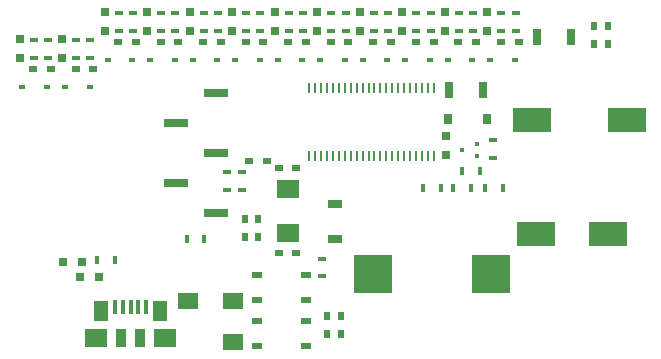
<source format=gtp>
G04 #@! TF.FileFunction,Paste,Top*
%FSLAX46Y46*%
G04 Gerber Fmt 4.6, Leading zero omitted, Abs format (unit mm)*
G04 Created by KiCad (PCBNEW 4.0.7) date 02/25/18 23:04:30*
%MOMM*%
%LPD*%
G01*
G04 APERTURE LIST*
%ADD10C,0.100000*%
%ADD11R,0.640000X0.600000*%
%ADD12R,0.600000X0.640000*%
%ADD13R,1.280000X0.800000*%
%ADD14R,3.200000X2.000000*%
%ADD15R,0.640000X0.640000*%
%ADD16R,0.720000X0.960000*%
%ADD17R,0.480000X0.360000*%
%ADD18R,0.360000X1.104000*%
%ADD19R,1.180000X1.680000*%
%ADD20R,1.900000X1.520000*%
%ADD21R,0.940000X1.520000*%
%ADD22R,0.720000X1.360000*%
%ADD23R,1.680000X1.360000*%
%ADD24R,0.408000X0.320000*%
%ADD25R,0.400000X0.720000*%
%ADD26R,0.720000X0.400000*%
%ADD27R,0.228000X0.880000*%
%ADD28R,1.920000X1.600000*%
%ADD29R,2.008000X0.800000*%
%ADD30R,0.360000X1.200000*%
%ADD31R,0.840000X0.520000*%
%ADD32R,3.200000X3.200000*%
G04 APERTURE END LIST*
D10*
D11*
X165150000Y-69100000D03*
X163650000Y-69100000D03*
X165150000Y-76300000D03*
X163650000Y-76300000D03*
X161150000Y-68500000D03*
X162650000Y-68500000D03*
D12*
X160800000Y-73400000D03*
X160800000Y-74900000D03*
X161900000Y-73400000D03*
X161900000Y-74900000D03*
D11*
X182450000Y-58400000D03*
X183950000Y-58400000D03*
X178850000Y-58400000D03*
X180350000Y-58400000D03*
X175250000Y-58400000D03*
X176750000Y-58400000D03*
X171650000Y-58400000D03*
X173150000Y-58400000D03*
X168050000Y-58400000D03*
X169550000Y-58400000D03*
X164450000Y-58400000D03*
X165950000Y-58400000D03*
X160850000Y-58400000D03*
X162350000Y-58400000D03*
X157250000Y-58400000D03*
X158750000Y-58400000D03*
X153650000Y-58400000D03*
X155150000Y-58400000D03*
X150050000Y-58400000D03*
X151550000Y-58400000D03*
X146450000Y-60700000D03*
X147950000Y-60700000D03*
X142850000Y-60700000D03*
X144350000Y-60700000D03*
D12*
X191500000Y-58550000D03*
X191500000Y-57050000D03*
X190300000Y-58550000D03*
X190300000Y-57050000D03*
D13*
X168400000Y-72100000D03*
X168400000Y-75100000D03*
D12*
X167700000Y-83150000D03*
X167700000Y-81650000D03*
D14*
X185400000Y-74700000D03*
X191500000Y-74700000D03*
X185100000Y-65000000D03*
X193100000Y-65000000D03*
D12*
X168900000Y-81650000D03*
X168900000Y-83150000D03*
D15*
X147000000Y-77000000D03*
X145400000Y-77000000D03*
X177800000Y-66400000D03*
X177800000Y-68000000D03*
D16*
X178000000Y-64900000D03*
X181300000Y-64900000D03*
D17*
X183650000Y-59900000D03*
X181550000Y-59900000D03*
D15*
X181300000Y-55900000D03*
X181300000Y-57500000D03*
D17*
X180050000Y-59900000D03*
X177950000Y-59900000D03*
D15*
X177700000Y-55900000D03*
X177700000Y-57500000D03*
D17*
X176450000Y-59900000D03*
X174350000Y-59900000D03*
D15*
X174100000Y-55900000D03*
X174100000Y-57500000D03*
D17*
X172850000Y-59900000D03*
X170750000Y-59900000D03*
D15*
X170500000Y-55900000D03*
X170500000Y-57500000D03*
D17*
X169250000Y-59900000D03*
X167150000Y-59900000D03*
D15*
X166900000Y-55900000D03*
X166900000Y-57500000D03*
D17*
X165650000Y-59900000D03*
X163550000Y-59900000D03*
D15*
X163300000Y-55900000D03*
X163300000Y-57500000D03*
D17*
X162050000Y-59900000D03*
X159950000Y-59900000D03*
D15*
X159700000Y-55900000D03*
X159700000Y-57500000D03*
D17*
X158450000Y-59900000D03*
X156350000Y-59900000D03*
D15*
X156100000Y-55900000D03*
X156100000Y-57500000D03*
D17*
X154850000Y-59900000D03*
X152750000Y-59900000D03*
D15*
X152500000Y-55900000D03*
X152500000Y-57500000D03*
D17*
X151250000Y-59900000D03*
X149150000Y-59900000D03*
D15*
X148900000Y-55900000D03*
X148900000Y-57500000D03*
D17*
X147650000Y-62200000D03*
X145550000Y-62200000D03*
D15*
X145300000Y-58200000D03*
X145300000Y-59800000D03*
D17*
X144000000Y-62200000D03*
X141900000Y-62200000D03*
D15*
X141700000Y-58200000D03*
X141700000Y-59800000D03*
D18*
X149800000Y-80840000D03*
X150450000Y-80840000D03*
X151100000Y-80840000D03*
X151750000Y-80840000D03*
X152400000Y-80840000D03*
D19*
X148637500Y-81200000D03*
X153562500Y-81200000D03*
D20*
X148190000Y-83500000D03*
X154010000Y-83500000D03*
D21*
X150260000Y-83500000D03*
X151940000Y-83500000D03*
D22*
X180950000Y-62500000D03*
X178050000Y-62500000D03*
X185500000Y-58000000D03*
X188400000Y-58000000D03*
D23*
X159800000Y-80350000D03*
X156000000Y-80350000D03*
X159800000Y-83850000D03*
D24*
X180450000Y-68050000D03*
X180450000Y-67050000D03*
X179150000Y-67550000D03*
D25*
X179150000Y-69300000D03*
X180650000Y-69300000D03*
D26*
X181800000Y-66750000D03*
X181800000Y-68250000D03*
X167300000Y-78250000D03*
X167300000Y-76750000D03*
X160550000Y-70950000D03*
X160550000Y-69450000D03*
X159300000Y-70950000D03*
X159300000Y-69450000D03*
D25*
X177350000Y-70750000D03*
X175850000Y-70750000D03*
D26*
X183700000Y-55950000D03*
X183700000Y-57450000D03*
X182500000Y-55950000D03*
X182500000Y-57450000D03*
X180100000Y-55950000D03*
X180100000Y-57450000D03*
X178900000Y-55950000D03*
X178900000Y-57450000D03*
X176500000Y-55950000D03*
X176500000Y-57450000D03*
X175300000Y-55950000D03*
X175300000Y-57450000D03*
X172900000Y-55950000D03*
X172900000Y-57450000D03*
X171700000Y-55950000D03*
X171700000Y-57450000D03*
X169300000Y-55950000D03*
X169300000Y-57450000D03*
X168100000Y-55950000D03*
X168100000Y-57450000D03*
X165700000Y-55950000D03*
X165700000Y-57450000D03*
X164500000Y-55950000D03*
X164500000Y-57450000D03*
X162100000Y-55950000D03*
X162100000Y-57450000D03*
X160900000Y-55950000D03*
X160900000Y-57450000D03*
X158500000Y-55950000D03*
X158500000Y-57450000D03*
X157300000Y-55950000D03*
X157300000Y-57450000D03*
X154900000Y-55950000D03*
X154900000Y-57450000D03*
X153700000Y-55950000D03*
X153700000Y-57450000D03*
X151300000Y-55950000D03*
X151300000Y-57450000D03*
X150100000Y-55950000D03*
X150100000Y-57450000D03*
X147700000Y-58250000D03*
X147700000Y-59750000D03*
X146500000Y-58250000D03*
X146500000Y-59750000D03*
X144100000Y-58250000D03*
X144100000Y-59750000D03*
X142900000Y-58250000D03*
X142900000Y-59750000D03*
D25*
X182600000Y-70750000D03*
X181100000Y-70750000D03*
X179900000Y-70750000D03*
X178400000Y-70750000D03*
D27*
X176750000Y-62350000D03*
X176250000Y-62350000D03*
X175750000Y-62350000D03*
X175250000Y-62350000D03*
X174750000Y-62350000D03*
X174250000Y-62350000D03*
X173750000Y-62350000D03*
X173250000Y-62350000D03*
X172750000Y-62350000D03*
X172250000Y-62350000D03*
X171750000Y-62350000D03*
X171250000Y-62350000D03*
X170750000Y-62350000D03*
X170250000Y-62350000D03*
X169750000Y-62350000D03*
X169250000Y-62350000D03*
X168750000Y-62350000D03*
X168250000Y-62350000D03*
X167750000Y-62350000D03*
X166250000Y-68050000D03*
X166750000Y-68050000D03*
X167250000Y-68050000D03*
X167750000Y-68050000D03*
X168250000Y-68050000D03*
X168750000Y-68050000D03*
X169250000Y-68050000D03*
X169750000Y-68050000D03*
X170250000Y-68050000D03*
X170750000Y-68050000D03*
X171250000Y-68050000D03*
X171750000Y-68050000D03*
X172250000Y-68050000D03*
X172750000Y-68050000D03*
X173250000Y-68050000D03*
X173750000Y-68050000D03*
X167250000Y-62350000D03*
X166750000Y-62350000D03*
X166250000Y-62350000D03*
X174250000Y-68050000D03*
X174750000Y-68050000D03*
X175250000Y-68050000D03*
X175750000Y-68050000D03*
X176250000Y-68050000D03*
X176750000Y-68050000D03*
D28*
X164400000Y-70850000D03*
X164400000Y-74550000D03*
D29*
X158300000Y-72860000D03*
X158300000Y-67780000D03*
X158300000Y-62700000D03*
X154990000Y-70320000D03*
X154990000Y-65240000D03*
D25*
X157350000Y-75100000D03*
X155850000Y-75100000D03*
D30*
X151100000Y-80875000D03*
X151750000Y-80875000D03*
X150450000Y-80875000D03*
X152400000Y-80875000D03*
X149800000Y-80875000D03*
D31*
X161825000Y-82000000D03*
X165975000Y-82000000D03*
X161825000Y-84150000D03*
X165975000Y-84150000D03*
X161825000Y-78125000D03*
X165975000Y-78125000D03*
X161825000Y-80275000D03*
X165975000Y-80275000D03*
D32*
X181600000Y-78100000D03*
X171600000Y-78100000D03*
D15*
X148400000Y-78300000D03*
X146800000Y-78300000D03*
D25*
X148250000Y-76900000D03*
X149750000Y-76900000D03*
M02*

</source>
